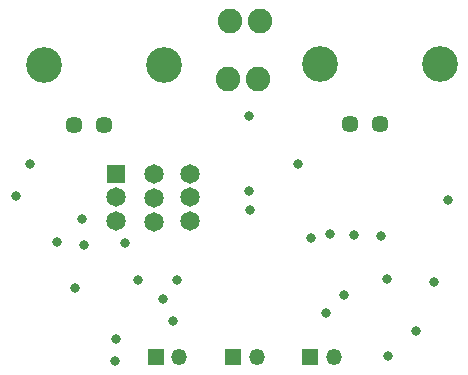
<source format=gbr>
%TF.GenerationSoftware,KiCad,Pcbnew,(5.99.0-9773-gf428ce03f2)*%
%TF.CreationDate,2021-05-10T10:20:16-04:00*%
%TF.ProjectId,D5XAMP_v4,44355841-4d50-45f7-9634-2e6b69636164,rev?*%
%TF.SameCoordinates,Original*%
%TF.FileFunction,Soldermask,Bot*%
%TF.FilePolarity,Negative*%
%FSLAX46Y46*%
G04 Gerber Fmt 4.6, Leading zero omitted, Abs format (unit mm)*
G04 Created by KiCad (PCBNEW (5.99.0-9773-gf428ce03f2)) date 2021-05-10 10:20:16*
%MOMM*%
%LPD*%
G01*
G04 APERTURE LIST*
%ADD10R,1.350000X1.350000*%
%ADD11O,1.350000X1.350000*%
%ADD12C,2.082800*%
%ADD13C,1.650000*%
%ADD14R,1.650000X1.650000*%
%ADD15C,1.446000*%
%ADD16C,3.015000*%
%ADD17C,0.800000*%
G04 APERTURE END LIST*
D10*
%TO.C,J2*%
X40070000Y-51340000D03*
D11*
X42070000Y-51340000D03*
%TD*%
D12*
%TO.C,GREEN1*%
X39630000Y-27800000D03*
X42170000Y-27800000D03*
%TD*%
%TO.C,RED1*%
X39790000Y-22900000D03*
X42330000Y-22900000D03*
%TD*%
D13*
%TO.C,U2*%
X33360000Y-35840000D03*
D14*
X30180000Y-35810000D03*
D13*
X36450000Y-35790000D03*
X33360000Y-37840000D03*
X30180000Y-37810000D03*
X36450000Y-37790000D03*
X33350000Y-39860000D03*
X30170000Y-39830000D03*
X36440000Y-39810000D03*
%TD*%
D10*
%TO.C,J3*%
X46610000Y-51340000D03*
D11*
X48610000Y-51340000D03*
%TD*%
D15*
%TO.C,J5*%
X49930000Y-31623732D03*
X52470000Y-31623732D03*
D16*
X57550000Y-26543732D03*
X47390000Y-26543732D03*
%TD*%
D15*
%TO.C,J4*%
X26560000Y-31663732D03*
X29100000Y-31663732D03*
D16*
X34180000Y-26583732D03*
X24020000Y-26583732D03*
%TD*%
D10*
%TO.C,J1*%
X33530000Y-51340000D03*
D11*
X35530000Y-51340000D03*
%TD*%
D17*
X47910000Y-47560000D03*
X46690000Y-41280000D03*
X26670000Y-45520000D03*
X35000000Y-48310000D03*
X55550000Y-49150000D03*
X25140000Y-41610000D03*
X30120000Y-49800000D03*
X21680000Y-37730000D03*
X30080000Y-51690000D03*
X53210000Y-51280000D03*
X27450000Y-41820000D03*
X34100000Y-46380000D03*
X49460000Y-46050000D03*
X32030000Y-44810000D03*
X35330000Y-44810000D03*
X30910000Y-41640000D03*
X50320000Y-40990000D03*
X58300000Y-38070000D03*
X52620000Y-41080000D03*
X48235000Y-40905000D03*
X53112500Y-44737500D03*
X57040000Y-44950000D03*
X45540000Y-34950000D03*
X41450000Y-30910000D03*
X22840000Y-35000000D03*
X27250000Y-39660000D03*
X41390000Y-37260000D03*
X41520000Y-38840000D03*
M02*

</source>
